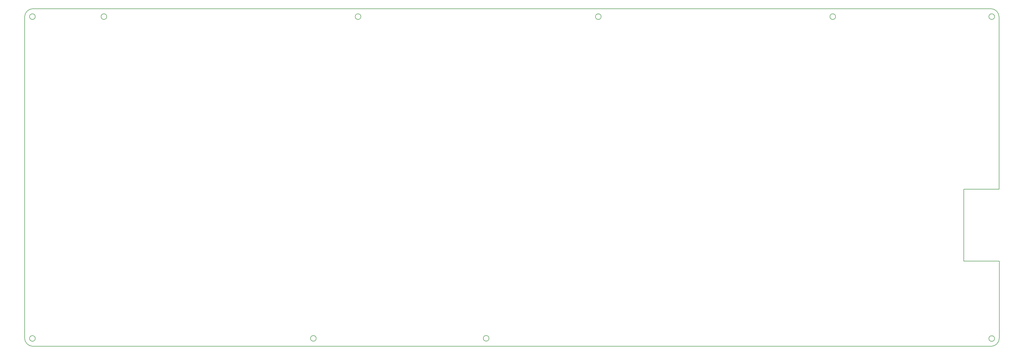
<source format=gbr>
G04 #@! TF.GenerationSoftware,KiCad,Pcbnew,5.1.4+dfsg1-1*
G04 #@! TF.CreationDate,2019-10-07T19:36:22+11:00*
G04 #@! TF.ProjectId,nummacro,6e756d6d-6163-4726-9f2e-6b696361645f,rev?*
G04 #@! TF.SameCoordinates,Original*
G04 #@! TF.FileFunction,Profile,NP*
%FSLAX46Y46*%
G04 Gerber Fmt 4.6, Leading zero omitted, Abs format (unit mm)*
G04 Created by KiCad (PCBNEW 5.1.4+dfsg1-1) date 2019-10-07 19:36:22*
%MOMM*%
%LPD*%
G04 APERTURE LIST*
%ADD10C,0.150000*%
G04 APERTURE END LIST*
D10*
X375208800Y-25044400D02*
G75*
G03X375208800Y-25044400I-1011226J0D01*
G01*
X318439800Y-25044400D02*
G75*
G03X318439800Y-25044400I-1011226J0D01*
G01*
X234716626Y-25049174D02*
G75*
G03X234716626Y-25049174I-1011226J0D01*
G01*
X148915426Y-25044400D02*
G75*
G03X148915426Y-25044400I-1011226J0D01*
G01*
X58161226Y-25044400D02*
G75*
G03X58161226Y-25044400I-1011226J0D01*
G01*
X32634226Y-25044400D02*
G75*
G03X32634226Y-25044400I-1011226J0D01*
G01*
X32634226Y-140258800D02*
G75*
G03X32634226Y-140258800I-1011226J0D01*
G01*
X132964226Y-140233400D02*
G75*
G03X132964226Y-140233400I-1011226J0D01*
G01*
X194660826Y-140208000D02*
G75*
G03X194660826Y-140208000I-1011226J0D01*
G01*
X375204026Y-140288974D02*
G75*
G03X375204026Y-140288974I-1011226J0D01*
G01*
X28834614Y-25200066D02*
G75*
G02X31830000Y-22204680I2995386J0D01*
G01*
X31830000Y-143080000D02*
G75*
G02X28829934Y-140079934I0J3000066D01*
G01*
X376920000Y-140080000D02*
G75*
G02X373919934Y-143080066I-3000066J0D01*
G01*
X373829934Y-22200000D02*
G75*
G02X376830000Y-25200066I0J-3000066D01*
G01*
X364230000Y-112580000D02*
X376920760Y-112577880D01*
X364230000Y-112580000D02*
X364230000Y-86800000D01*
X373829934Y-22200000D02*
X31830000Y-22204680D01*
X376830000Y-86800000D02*
X376830000Y-25200066D01*
X364230000Y-86800000D02*
X376830000Y-86800000D01*
X376920000Y-140080000D02*
X376920000Y-112580000D01*
X31830000Y-143080000D02*
X373919934Y-143080066D01*
X28834614Y-25200066D02*
X28829934Y-140079934D01*
M02*

</source>
